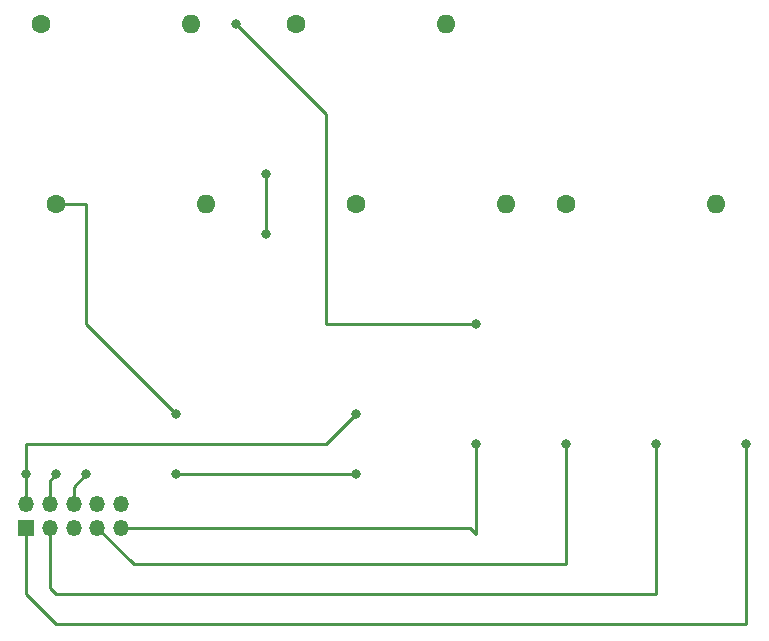
<source format=gbr>
%TF.GenerationSoftware,KiCad,Pcbnew,(7.0.0)*%
%TF.CreationDate,2023-03-23T16:19:59+01:00*%
%TF.ProjectId,PCH-1000JIG,5043482d-3130-4303-904a-49472e6b6963,rev?*%
%TF.SameCoordinates,Original*%
%TF.FileFunction,Copper,L2,Bot*%
%TF.FilePolarity,Positive*%
%FSLAX46Y46*%
G04 Gerber Fmt 4.6, Leading zero omitted, Abs format (unit mm)*
G04 Created by KiCad (PCBNEW (7.0.0)) date 2023-03-23 16:19:59*
%MOMM*%
%LPD*%
G01*
G04 APERTURE LIST*
%TA.AperFunction,ComponentPad*%
%ADD10C,1.600000*%
%TD*%
%TA.AperFunction,ComponentPad*%
%ADD11O,1.600000X1.600000*%
%TD*%
%TA.AperFunction,ComponentPad*%
%ADD12R,1.350000X1.350000*%
%TD*%
%TA.AperFunction,ComponentPad*%
%ADD13O,1.350000X1.350000*%
%TD*%
%TA.AperFunction,ViaPad*%
%ADD14C,0.800000*%
%TD*%
%TA.AperFunction,Conductor*%
%ADD15C,0.250000*%
%TD*%
G04 APERTURE END LIST*
D10*
%TO.P,330 Ohms,1*%
%TO.N,N/C*%
X20320000Y-38100000D03*
D11*
%TO.P,330 Ohms,2*%
X33019999Y-38099999D03*
%TD*%
D12*
%TO.P,Pin Header,1*%
%TO.N,N/C*%
X17779999Y-65499999D03*
D13*
%TO.P,Pin Header,2*%
X17779999Y-63499999D03*
%TO.P,Pin Header,3*%
X19779999Y-65499999D03*
%TO.P,Pin Header,4*%
X19779999Y-63499999D03*
%TO.P,Pin Header,5*%
X21779999Y-65499999D03*
%TO.P,Pin Header,6*%
X21779999Y-63499999D03*
%TO.P,Pin Header,7*%
X23779999Y-65499999D03*
%TO.P,Pin Header,8*%
X23779999Y-63499999D03*
%TO.P,Pin Header,9*%
X25779999Y-65499999D03*
%TO.P,Pin Header,10*%
X25779999Y-63499999D03*
%TD*%
D10*
%TO.P,1k Ohms,1*%
%TO.N,N/C*%
X19050000Y-22860000D03*
D11*
%TO.P,1k Ohms,2*%
X31749999Y-22859999D03*
%TD*%
D10*
%TO.P,330 Ohms,1*%
%TO.N,N/C*%
X45720000Y-38100000D03*
D11*
%TO.P,330 Ohms,2*%
X58419999Y-38099999D03*
%TD*%
D10*
%TO.P,1k Ohms,1*%
%TO.N,N/C*%
X40640000Y-22860000D03*
D11*
%TO.P,1k Ohms,2*%
X53339999Y-22859999D03*
%TD*%
D10*
%TO.P,150 Ohms,1*%
%TO.N,N/C*%
X63500000Y-38100000D03*
D11*
%TO.P,150 Ohms,2*%
X76199999Y-38099999D03*
%TD*%
D14*
%TO.N,*%
X71120000Y-58420000D03*
X63500000Y-58420000D03*
X17780000Y-60960000D03*
X22860000Y-60960000D03*
X38100000Y-35560000D03*
X30480000Y-55880000D03*
X38100000Y-35560000D03*
X55880000Y-48260000D03*
X45720000Y-55880000D03*
X35560000Y-22860000D03*
X55880000Y-58420000D03*
X78740000Y-58420000D03*
X38100000Y-40640000D03*
X38100000Y-40640000D03*
X30480000Y-60960000D03*
X20320000Y-60960000D03*
X45720000Y-60960000D03*
%TD*%
D15*
%TO.N,*%
X71120000Y-71120000D02*
X71120000Y-58420000D01*
X43180000Y-48260000D02*
X55880000Y-48260000D01*
X17780000Y-60960000D02*
X17780000Y-58420000D01*
X78740000Y-58420000D02*
X78740000Y-73660000D01*
X30480000Y-55880000D02*
X22860000Y-48260000D01*
X21780000Y-62040000D02*
X21780000Y-63500000D01*
X55880000Y-66040000D02*
X55880000Y-58420000D01*
X20320000Y-71120000D02*
X19780000Y-70580000D01*
X43180000Y-58420000D02*
X45720000Y-55880000D01*
X63500000Y-68580000D02*
X63500000Y-58420000D01*
X17780000Y-60960000D02*
X17780000Y-63500000D01*
X17780000Y-71120000D02*
X17780000Y-65500000D01*
X26860000Y-68580000D02*
X23780000Y-65500000D01*
X20320000Y-71120000D02*
X71120000Y-71120000D01*
X43180000Y-30480000D02*
X43180000Y-48260000D01*
X19780000Y-61500000D02*
X19780000Y-63500000D01*
X55340000Y-65500000D02*
X25780000Y-65500000D01*
X63500000Y-68580000D02*
X26860000Y-68580000D01*
X22860000Y-48260000D02*
X22860000Y-38100000D01*
X17780000Y-58420000D02*
X43180000Y-58420000D01*
X78740000Y-73660000D02*
X20320000Y-73660000D01*
X22860000Y-38100000D02*
X20320000Y-38100000D01*
X20320000Y-60960000D02*
X19780000Y-61500000D01*
X38100000Y-40640000D02*
X38100000Y-35560000D01*
X45720000Y-60960000D02*
X30480000Y-60960000D01*
X22860000Y-60960000D02*
X21780000Y-62040000D01*
X55340000Y-65500000D02*
X55880000Y-66040000D01*
X20320000Y-73660000D02*
X17780000Y-71120000D01*
X35560000Y-22860000D02*
X43180000Y-30480000D01*
X19780000Y-70580000D02*
X19780000Y-65500000D01*
%TD*%
M02*

</source>
